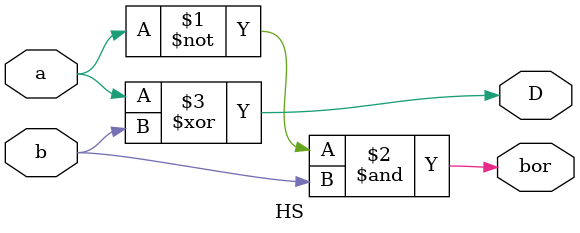
<source format=v>
`timescale 1ns / 1ps

module HS(
    input a,b,
    output bor, D
    );
    assign bor=~a&b;
    assign D=a^b;
endmodule

</source>
